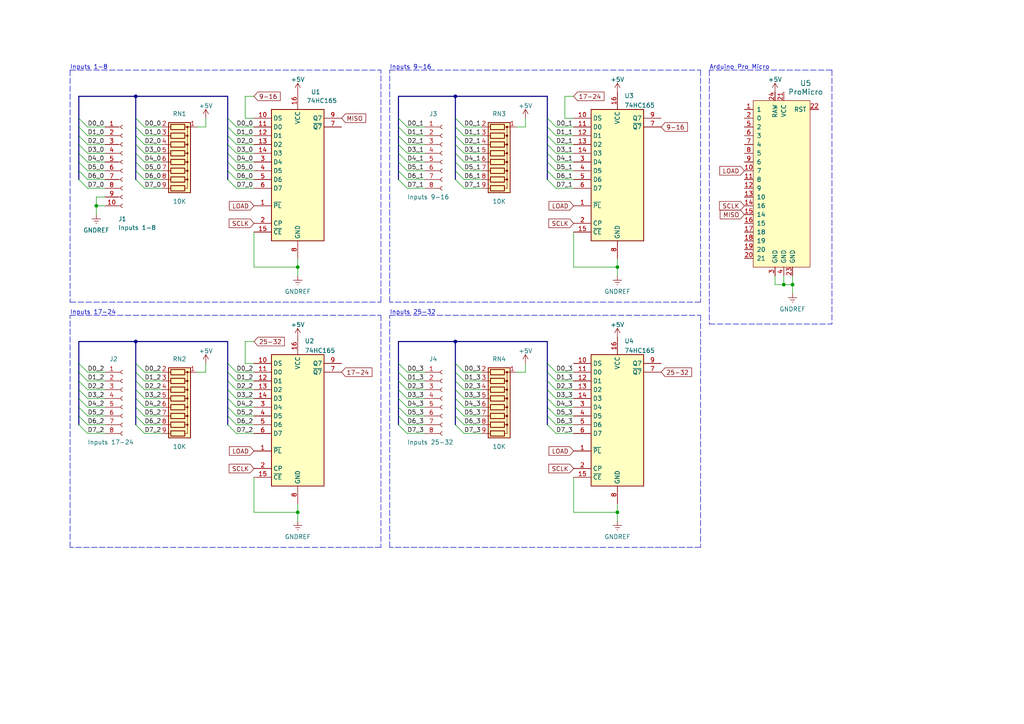
<source format=kicad_sch>
(kicad_sch (version 20211123) (generator eeschema)
  (paper "A4")
  (title_block (title "Connor's DCS Joystick") (date "2022-01-17") (rev "1"))
  (lib_symbols
    (symbol "74xx:74HC165"
      (property "Reference" "U" (at -7.62 19.05 0))
      (property "Value" "74HC165" (at -7.62 -21.59 0))
      (symbol "74HC165_1_0"
        (pin input line (at -12.7 -10.16 0) (length 5.08) (name "~{PL}") (number "1"))
        (pin input line (at -12.7 15.24 0) (length 5.08) (name "DS") (number "10"))
        (pin input line (at -12.7 12.7 0) (length 5.08) (name "D0") (number "11"))
        (pin input line (at -12.7 10.16 0) (length 5.08) (name "D1") (number "12"))
        (pin input line (at -12.7 7.62 0) (length 5.08) (name "D2") (number "13"))
        (pin input line (at -12.7 5.08 0) (length 5.08) (name "D3") (number "14"))
        (pin input line (at -12.7 -17.78 0) (length 5.08) (name "~{CE}") (number "15"))
        (pin power_in line (at 0 22.86 270) (length 5.08) (name "VCC") (number "16"))
        (pin input line (at -12.7 -15.24 0) (length 5.08) (name "CP") (number "2"))
        (pin input line (at -12.7 2.54 0) (length 5.08) (name "D4") (number "3"))
        (pin input line (at -12.7 0 0) (length 5.08) (name "D5") (number "4"))
        (pin input line (at -12.7 -2.54 0) (length 5.08) (name "D6") (number "5"))
        (pin input line (at -12.7 -5.08 0) (length 5.08) (name "D7") (number "6"))
        (pin output line (at 12.7 12.7 180) (length 5.08) (name "~{Q7}") (number "7"))
        (pin power_in line (at 0 -25.4 90) (length 5.08) (name "GND") (number "8"))
        (pin output line (at 12.7 15.24 180) (length 5.08) (name "Q7") (number "9"))
      )
      (symbol "74HC165_1_1"
        (rectangle (start -7.62 17.78) (end 7.62 -20.32) (stroke (width 0.254)) (fill (type background)))
      )
    )
    (symbol "Connector:Conn_01x08_Female" (pin_names (offset 1.016) hide)
      (property "Reference" "J" (at 0 10.16 0))
      (property "Value" "Conn_01x08_Female" (at 0 -12.7 0))
      (symbol "Conn_01x08_Female_1_1"
        (arc (start 0 -9.652) (mid -0.508 -10.16) (end 0 -10.668) (stroke (width 0.1524)))
        (arc (start 0 -7.112) (mid -0.508 -7.62) (end 0 -8.128) (stroke (width 0.1524)))
        (arc (start 0 -4.572) (mid -0.508 -5.08) (end 0 -5.588) (stroke (width 0.1524)))
        (arc (start 0 -2.032) (mid -0.508 -2.54) (end 0 -3.048) (stroke (width 0.1524)))
        (polyline (pts (xy -1.27 -10.16) (xy -0.508 -10.16)) (stroke (width 0.1524)))
        (polyline (pts (xy -1.27 -7.62) (xy -0.508 -7.62)) (stroke (width 0.1524)))
        (polyline (pts (xy -1.27 -5.08) (xy -0.508 -5.08)) (stroke (width 0.1524)))
        (polyline (pts (xy -1.27 -2.54) (xy -0.508 -2.54)) (stroke (width 0.1524)))
        (polyline (pts (xy -1.27 0) (xy -0.508 0)) (stroke (width 0.1524)))
        (polyline (pts (xy -1.27 2.54) (xy -0.508 2.54)) (stroke (width 0.1524)))
        (polyline (pts (xy -1.27 5.08) (xy -0.508 5.08)) (stroke (width 0.1524)))
        (polyline (pts (xy -1.27 7.62) (xy -0.508 7.62)) (stroke (width 0.1524)))
        (arc (start 0 0.508) (mid -0.508 0) (end 0 -0.508) (stroke (width 0.1524)))
        (arc (start 0 3.048) (mid -0.508 2.54) (end 0 2.032) (stroke (width 0.1524)))
        (arc (start 0 5.588) (mid -0.508 5.08) (end 0 4.572) (stroke (width 0.1524)))
        (arc (start 0 8.128) (mid -0.508 7.62) (end 0 7.112) (stroke (width 0.1524)))
        (pin passive line (at -5.08 7.62 0) (length 3.81) (name "Pin_1") (number "1"))
        (pin passive line (at -5.08 5.08 0) (length 3.81) (name "Pin_2") (number "2"))
        (pin passive line (at -5.08 2.54 0) (length 3.81) (name "Pin_3") (number "3"))
        (pin passive line (at -5.08 0 0) (length 3.81) (name "Pin_4") (number "4"))
        (pin passive line (at -5.08 -2.54 0) (length 3.81) (name "Pin_5") (number "5"))
        (pin passive line (at -5.08 -5.08 0) (length 3.81) (name "Pin_6") (number "6"))
        (pin passive line (at -5.08 -7.62 0) (length 3.81) (name "Pin_7") (number "7"))
        (pin passive line (at -5.08 -10.16 0) (length 3.81) (name "Pin_8") (number "8"))
      )
    )
    (symbol "Connector:Conn_01x10_Female" (pin_names (offset 1.016) hide)
      (property "Reference" "J" (at 0 12.7 0))
      (property "Value" "Conn_01x10_Female" (at 0 -15.24 0))
      (symbol "Conn_01x10_Female_1_1"
        (arc (start 0 -12.192) (mid -0.508 -12.7) (end 0 -13.208) (stroke (width 0.1524)))
        (arc (start 0 -9.652) (mid -0.508 -10.16) (end 0 -10.668) (stroke (width 0.1524)))
        (arc (start 0 -7.112) (mid -0.508 -7.62) (end 0 -8.128) (stroke (width 0.1524)))
        (arc (start 0 -4.572) (mid -0.508 -5.08) (end 0 -5.588) (stroke (width 0.1524)))
        (arc (start 0 -2.032) (mid -0.508 -2.54) (end 0 -3.048) (stroke (width 0.1524)))
        (polyline (pts (xy -1.27 -12.7) (xy -0.508 -12.7)) (stroke (width 0.1524)))
        (polyline (pts (xy -1.27 -10.16) (xy -0.508 -10.16)) (stroke (width 0.1524)))
        (polyline (pts (xy -1.27 -7.62) (xy -0.508 -7.62)) (stroke (width 0.1524)))
        (polyline (pts (xy -1.27 -5.08) (xy -0.508 -5.08)) (stroke (width 0.1524)))
        (polyline (pts (xy -1.27 -2.54) (xy -0.508 -2.54)) (stroke (width 0.1524)))
        (polyline (pts (xy -1.27 0) (xy -0.508 0)) (stroke (width 0.1524)))
        (polyline (pts (xy -1.27 2.54) (xy -0.508 2.54)) (stroke (width 0.1524)))
        (polyline (pts (xy -1.27 5.08) (xy -0.508 5.08)) (stroke (width 0.1524)))
        (polyline (pts (xy -1.27 7.62) (xy -0.508 7.62)) (stroke (width 0.1524)))
        (polyline (pts (xy -1.27 10.16) (xy -0.508 10.16)) (stroke (width 0.1524)))
        (arc (start 0 0.508) (mid -0.508 0) (end 0 -0.508) (stroke (width 0.1524)))
        (arc (start 0 3.048) (mid -0.508 2.54) (end 0 2.032) (stroke (width 0.1524)))
        (arc (start 0 5.588) (mid -0.508 5.08) (end 0 4.572) (stroke (width 0.1524)))
        (arc (start 0 8.128) (mid -0.508 7.62) (end 0 7.112) (stroke (width 0.1524)))
        (arc (start 0 10.668) (mid -0.508 10.16) (end 0 9.652) (stroke (width 0.1524)))
        (pin passive line (at -5.08 10.16 0) (length 3.81) (name "Pin_1") (number "1"))
        (pin passive line (at -5.08 -12.7 0) (length 3.81) (name "Pin_10") (number "10"))
        (pin passive line (at -5.08 7.62 0) (length 3.81) (name "Pin_2") (number "2"))
        (pin passive line (at -5.08 5.08 0) (length 3.81) (name "Pin_3") (number "3"))
        (pin passive line (at -5.08 2.54 0) (length 3.81) (name "Pin_4") (number "4"))
        (pin passive line (at -5.08 0 0) (length 3.81) (name "Pin_5") (number "5"))
        (pin passive line (at -5.08 -2.54 0) (length 3.81) (name "Pin_6") (number "6"))
        (pin passive line (at -5.08 -5.08 0) (length 3.81) (name "Pin_7") (number "7"))
        (pin passive line (at -5.08 -7.62 0) (length 3.81) (name "Pin_8") (number "8"))
        (pin passive line (at -5.08 -10.16 0) (length 3.81) (name "Pin_9") (number "9"))
      )
    )
    (symbol "Device:R_Network08" (pin_names (offset 0) hide)
      (property "Reference" "RN" (at -12.7 0 90))
      (property "Value" "R_Network08" (at 10.16 0 90))
      (symbol "R_Network08_0_1"
        (rectangle (start -11.43 -3.175) (end 8.89 3.175) (stroke (width 0.254)) (fill (type background)))
        (rectangle (start -10.922 1.524) (end -9.398 -2.54) (stroke (width 0.254)))
        (circle (center -10.16 2.286) (radius 0.254) (fill (type outline)))
        (rectangle (start -8.382 1.524) (end -6.858 -2.54) (stroke (width 0.254)))
        (circle (center -7.62 2.286) (radius 0.254) (fill (type outline)))
        (rectangle (start -5.842 1.524) (end -4.318 -2.54) (stroke (width 0.254)))
        (circle (center -5.08 2.286) (radius 0.254) (fill (type outline)))
        (rectangle (start -3.302 1.524) (end -1.778 -2.54) (stroke (width 0.254)))
        (circle (center -2.54 2.286) (radius 0.254) (fill (type outline)))
        (rectangle (start -0.762 1.524) (end 0.762 -2.54) (stroke (width 0.254)))
        (polyline (pts (xy -10.16 -2.54) (xy -10.16 -3.81)))
        (polyline (pts (xy -7.62 -2.54) (xy -7.62 -3.81)))
        (polyline (pts (xy -5.08 -2.54) (xy -5.08 -3.81)))
        (polyline (pts (xy -2.54 -2.54) (xy -2.54 -3.81)))
        (polyline (pts (xy 0 -2.54) (xy 0 -3.81)))
        (polyline (pts (xy 2.54 -2.54) (xy 2.54 -3.81)))
        (polyline (pts (xy 5.08 -2.54) (xy 5.08 -3.81)))
        (polyline (pts (xy 7.62 -2.54) (xy 7.62 -3.81)))
        (polyline (pts (xy -10.16 1.524) (xy -10.16 2.286) (xy -7.62 2.286) (xy -7.62 1.524)))
        (polyline (pts (xy -7.62 1.524) (xy -7.62 2.286) (xy -5.08 2.286) (xy -5.08 1.524)))
        (polyline (pts (xy -5.08 1.524) (xy -5.08 2.286) (xy -2.54 2.286) (xy -2.54 1.524)))
        (polyline (pts (xy -2.54 1.524) (xy -2.54 2.286) (xy 0 2.286) (xy 0 1.524)))
        (polyline (pts (xy 0 1.524) (xy 0 2.286) (xy 2.54 2.286) (xy 2.54 1.524)))
        (polyline (pts (xy 2.54 1.524) (xy 2.54 2.286) (xy 5.08 2.286) (xy 5.08 1.524)))
        (polyline (pts (xy 5.08 1.524) (xy 5.08 2.286) (xy 7.62 2.286) (xy 7.62 1.524)))
        (circle (center 0 2.286) (radius 0.254) (fill (type outline)))
        (rectangle (start 1.778 1.524) (end 3.302 -2.54) (stroke (width 0.254)))
        (circle (center 2.54 2.286) (radius 0.254) (fill (type outline)))
        (rectangle (start 4.318 1.524) (end 5.842 -2.54) (stroke (width 0.254)))
        (circle (center 5.08 2.286) (radius 0.254) (fill (type outline)))
        (rectangle (start 6.858 1.524) (end 8.382 -2.54) (stroke (width 0.254)))
      )
      (symbol "R_Network08_1_1"
        (pin passive line (at -10.16 5.08 270) (length 2.54) (name "common") (number "1"))
        (pin passive line (at -10.16 -5.08 90) (length 1.27) (name "R1") (number "2"))
        (pin passive line (at -7.62 -5.08 90) (length 1.27) (name "R2") (number "3"))
        (pin passive line (at -5.08 -5.08 90) (length 1.27) (name "R3") (number "4"))
        (pin passive line (at -2.54 -5.08 90) (length 1.27) (name "R4") (number "5"))
        (pin passive line (at 0 -5.08 90) (length 1.27) (name "R5") (number "6"))
        (pin passive line (at 2.54 -5.08 90) (length 1.27) (name "R6") (number "7"))
        (pin passive line (at 5.08 -5.08 90) (length 1.27) (name "R7") (number "8"))
        (pin passive line (at 7.62 -5.08 90) (length 1.27) (name "R8") (number "9"))
      )
    )
    (symbol "power:+5V" (power) (pin_names (offset 0))
      (property "Value" "+5V" (at 0 3.556 0))
      (symbol "+5V_0_1"
        (polyline (pts (xy -0.762 1.27) (xy 0 2.54)))
        (polyline (pts (xy 0 0) (xy 0 2.54)))
        (polyline (pts (xy 0 2.54) (xy 0.762 1.27)))
      )
      (symbol "+5V_1_1"
        (pin power_in line (at 0 0 90) (length 0) hide (name "+5V") (number "1"))
      )
    )
    (symbol "power:GNDREF" (power) (pin_names (offset 0))
      (property "Value" "GNDREF" (at 0 -3.81 0))
      (symbol "GNDREF_0_1"
        (polyline (pts (xy -0.635 -1.905) (xy 0.635 -1.905)))
        (polyline (pts (xy -0.127 -2.54) (xy 0.127 -2.54)))
        (polyline (pts (xy 0 -1.27) (xy 0 0)))
        (polyline (pts (xy 1.27 -1.27) (xy -1.27 -1.27)))
      )
      (symbol "GNDREF_1_1"
        (pin power_in line (at 0 0 270) (length 0) hide (name "GNDREF") (number "1"))
      )
    )
    (symbol "synthead:ProMicro" (pin_names (offset 1.016))
      (property "Reference" "U" (at -2.54 17.78 0))
      (property "Value" "ProMicro" (at -6.35 15.24 0))
      (symbol "ProMicro_0_1"
        (rectangle (start -5.08 13.97) (end 11.43 -34.29) (fill (type background)))
      )
      (symbol "ProMicro_1_1"
        (pin bidirectional line (at -7.62 11.43 0) (length 2.54) (name "1") (number "1"))
        (pin bidirectional line (at -7.62 -6.35 0) (length 2.54) (name "7") (number "10"))
        (pin bidirectional line (at -7.62 -8.89 0) (length 2.54) (name "8") (number "11"))
        (pin bidirectional line (at -7.62 -11.43 0) (length 2.54) (name "9") (number "12"))
        (pin bidirectional line (at -7.62 -13.97 0) (length 2.54) (name "10") (number "13"))
        (pin bidirectional line (at -7.62 -16.51 0) (length 2.54) (name "16") (number "14"))
        (pin bidirectional line (at -7.62 -19.05 0) (length 2.54) (name "14") (number "15"))
        (pin bidirectional line (at -7.62 -21.59 0) (length 2.54) (name "15") (number "16"))
        (pin bidirectional line (at -7.62 -24.13 0) (length 2.54) (name "18") (number "17"))
        (pin bidirectional line (at -7.62 -26.67 0) (length 2.54) (name "19") (number "18"))
        (pin bidirectional line (at -7.62 -29.21 0) (length 2.54) (name "20") (number "19"))
        (pin bidirectional line (at -7.62 8.89 0) (length 2.54) (name "0") (number "2"))
        (pin bidirectional line (at -7.62 -31.75 0) (length 2.54) (name "21") (number "20"))
        (pin power_in line (at 3.81 16.51 270) (length 2.54) (name "VCC") (number "21"))
        (pin input line (at 13.97 11.43 180) (length 2.54) (name "RST") (number "22"))
        (pin power_in line (at 6.35 -36.83 90) (length 2.54) (name "GND") (number "23"))
        (pin power_out line (at 1.27 16.51 270) (length 2.54) (name "RAW") (number "24"))
        (pin power_in line (at 1.27 -36.83 90) (length 2.54) (name "GND") (number "3"))
        (pin power_in line (at 3.81 -36.83 90) (length 2.54) (name "GND") (number "4"))
        (pin bidirectional line (at -7.62 6.35 0) (length 2.54) (name "2") (number "5"))
        (pin bidirectional line (at -7.62 3.81 0) (length 2.54) (name "3") (number "6"))
        (pin bidirectional line (at -7.62 1.27 0) (length 2.54) (name "4") (number "7"))
        (pin bidirectional line (at -7.62 -1.27 0) (length 2.54) (name "5") (number "8"))
        (pin bidirectional line (at -7.62 -3.81 0) (length 2.54) (name "6") (number "9"))
      )
    )
  )
  (junction (at 39.37 27.94))
  (junction (at 86.36 148.59))
  (junction (at 39.37 99.06))
  (junction (at 179.07 148.59))
  (junction (at 132.08 27.94))
  (junction (at 86.36 77.47))
  (junction (at 27.94 59.69))
  (junction (at 179.07 77.47))
  (junction (at 227.33 82.55))
  (junction (at 132.08 99.06))
  (junction (at 229.87 82.55))
  (bus_entry (at 22.86 52.07) (size 2.54 2.54))
  (bus_entry (at 158.75 115.57) (size 2.54 2.54))
  (bus_entry (at 22.86 120.65) (size 2.54 2.54))
  (bus_entry (at 66.04 34.29) (size 2.54 2.54))
  (bus_entry (at 115.57 39.37) (size 2.54 2.54))
  (bus_entry (at 39.37 34.29) (size 2.54 2.54))
  (bus_entry (at 132.08 44.45) (size 2.54 2.54))
  (bus_entry (at 66.04 36.83) (size 2.54 2.54))
  (bus_entry (at 132.08 46.99) (size 2.54 2.54))
  (bus_entry (at 132.08 39.37) (size 2.54 2.54))
  (bus_entry (at 158.75 120.65) (size 2.54 2.54))
  (bus_entry (at 115.57 107.95) (size 2.54 2.54))
  (bus_entry (at 158.75 107.95) (size 2.54 2.54))
  (bus_entry (at 158.75 123.19) (size 2.54 2.54))
  (bus_entry (at 115.57 46.99) (size 2.54 2.54))
  (bus_entry (at 39.37 115.57) (size 2.54 2.54))
  (bus_entry (at 39.37 44.45) (size 2.54 2.54))
  (bus_entry (at 132.08 49.53) (size 2.54 2.54))
  (bus_entry (at 39.37 41.91) (size 2.54 2.54))
  (bus_entry (at 158.75 118.11) (size 2.54 2.54))
  (bus_entry (at 132.08 52.07) (size 2.54 2.54))
  (bus_entry (at 158.75 52.07) (size 2.54 2.54))
  (bus_entry (at 39.37 39.37) (size 2.54 2.54))
  (bus_entry (at 66.04 107.95) (size 2.54 2.54))
  (bus_entry (at 115.57 113.03) (size 2.54 2.54))
  (bus_entry (at 22.86 39.37) (size 2.54 2.54))
  (bus_entry (at 115.57 34.29) (size 2.54 2.54))
  (bus_entry (at 39.37 118.11) (size 2.54 2.54))
  (bus_entry (at 158.75 49.53) (size 2.54 2.54))
  (bus_entry (at 66.04 44.45) (size 2.54 2.54))
  (bus_entry (at 22.86 36.83) (size 2.54 2.54))
  (bus_entry (at 132.08 118.11) (size 2.54 2.54))
  (bus_entry (at 158.75 105.41) (size 2.54 2.54))
  (bus_entry (at 39.37 36.83) (size 2.54 2.54))
  (bus_entry (at 132.08 115.57) (size 2.54 2.54))
  (bus_entry (at 158.75 39.37) (size 2.54 2.54))
  (bus_entry (at 66.04 49.53) (size 2.54 2.54))
  (bus_entry (at 66.04 118.11) (size 2.54 2.54))
  (bus_entry (at 22.86 113.03) (size 2.54 2.54))
  (bus_entry (at 115.57 41.91) (size 2.54 2.54))
  (bus_entry (at 158.75 46.99) (size 2.54 2.54))
  (bus_entry (at 115.57 36.83) (size 2.54 2.54))
  (bus_entry (at 158.75 44.45) (size 2.54 2.54))
  (bus_entry (at 132.08 113.03) (size 2.54 2.54))
  (bus_entry (at 132.08 120.65) (size 2.54 2.54))
  (bus_entry (at 22.86 110.49) (size 2.54 2.54))
  (bus_entry (at 66.04 120.65) (size 2.54 2.54))
  (bus_entry (at 132.08 107.95) (size 2.54 2.54))
  (bus_entry (at 66.04 113.03) (size 2.54 2.54))
  (bus_entry (at 66.04 39.37) (size 2.54 2.54))
  (bus_entry (at 22.86 107.95) (size 2.54 2.54))
  (bus_entry (at 22.86 34.29) (size 2.54 2.54))
  (bus_entry (at 39.37 110.49) (size 2.54 2.54))
  (bus_entry (at 115.57 105.41) (size 2.54 2.54))
  (bus_entry (at 132.08 34.29) (size 2.54 2.54))
  (bus_entry (at 66.04 41.91) (size 2.54 2.54))
  (bus_entry (at 22.86 118.11) (size 2.54 2.54))
  (bus_entry (at 158.75 36.83) (size 2.54 2.54))
  (bus_entry (at 115.57 110.49) (size 2.54 2.54))
  (bus_entry (at 132.08 41.91) (size 2.54 2.54))
  (bus_entry (at 66.04 46.99) (size 2.54 2.54))
  (bus_entry (at 115.57 49.53) (size 2.54 2.54))
  (bus_entry (at 39.37 46.99) (size 2.54 2.54))
  (bus_entry (at 39.37 107.95) (size 2.54 2.54))
  (bus_entry (at 158.75 113.03) (size 2.54 2.54))
  (bus_entry (at 132.08 110.49) (size 2.54 2.54))
  (bus_entry (at 22.86 115.57) (size 2.54 2.54))
  (bus_entry (at 22.86 46.99) (size 2.54 2.54))
  (bus_entry (at 132.08 123.19) (size 2.54 2.54))
  (bus_entry (at 115.57 120.65) (size 2.54 2.54))
  (bus_entry (at 115.57 44.45) (size 2.54 2.54))
  (bus_entry (at 158.75 110.49) (size 2.54 2.54))
  (bus_entry (at 132.08 105.41) (size 2.54 2.54))
  (bus_entry (at 22.86 49.53) (size 2.54 2.54))
  (bus_entry (at 66.04 110.49) (size 2.54 2.54))
  (bus_entry (at 158.75 41.91) (size 2.54 2.54))
  (bus_entry (at 66.04 52.07) (size 2.54 2.54))
  (bus_entry (at 22.86 44.45) (size 2.54 2.54))
  (bus_entry (at 66.04 115.57) (size 2.54 2.54))
  (bus_entry (at 39.37 123.19) (size 2.54 2.54))
  (bus_entry (at 66.04 123.19) (size 2.54 2.54))
  (bus_entry (at 158.75 34.29) (size 2.54 2.54))
  (bus_entry (at 22.86 105.41) (size 2.54 2.54))
  (bus_entry (at 39.37 105.41) (size 2.54 2.54))
  (bus_entry (at 39.37 49.53) (size 2.54 2.54))
  (bus_entry (at 22.86 41.91) (size 2.54 2.54))
  (bus_entry (at 115.57 118.11) (size 2.54 2.54))
  (bus_entry (at 39.37 120.65) (size 2.54 2.54))
  (bus_entry (at 39.37 113.03) (size 2.54 2.54))
  (bus_entry (at 66.04 105.41) (size 2.54 2.54))
  (bus_entry (at 22.86 123.19) (size 2.54 2.54))
  (bus_entry (at 39.37 52.07) (size 2.54 2.54))
  (bus_entry (at 115.57 52.07) (size 2.54 2.54))
  (bus_entry (at 115.57 123.19) (size 2.54 2.54))
  (bus_entry (at 132.08 36.83) (size 2.54 2.54))
  (bus_entry (at 115.57 115.57) (size 2.54 2.54))
  (wire (pts (xy 134.62 39.37) (xy 139.7 39.37)))
  (wire (pts (xy 41.91 46.99) (xy 46.99 46.99)))
  (polyline (pts (xy 203.2 20.32) (xy 203.2 87.63)))
  (wire (pts (xy 166.37 77.47) (xy 179.07 77.47)))
  (bus (pts (xy 115.57 52.07) (xy 115.57 49.53)))
  (wire (pts (xy 134.62 52.07) (xy 139.7 52.07)))
  (wire (pts (xy 41.91 107.95) (xy 46.99 107.95)))
  (bus (pts (xy 39.37 36.83) (xy 39.37 34.29)))
  (wire (pts (xy 68.58 41.91) (xy 73.66 41.91)))
  (bus (pts (xy 22.86 115.57) (xy 22.86 113.03)))
  (wire (pts (xy 166.37 138.43) (xy 166.37 148.59)))
  (wire (pts (xy 161.29 41.91) (xy 166.37 41.91)))
  (bus (pts (xy 66.04 110.49) (xy 66.04 113.03)))
  (bus (pts (xy 115.57 99.06) (xy 115.57 105.41)))
  (wire (pts (xy 118.11 115.57) (xy 123.19 115.57)))
  (wire (pts (xy 118.11 49.53) (xy 123.19 49.53)))
  (bus (pts (xy 158.75 123.19) (xy 158.75 120.65)))
  (wire (pts (xy 59.69 34.29) (xy 59.69 36.83)))
  (wire (pts (xy 27.94 59.69) (xy 27.94 62.23)))
  (bus (pts (xy 66.04 41.91) (xy 66.04 39.37)))
  (wire (pts (xy 227.33 82.55) (xy 229.87 82.55)))
  (wire (pts (xy 161.29 107.95) (xy 166.37 107.95)))
  (wire (pts (xy 134.62 120.65) (xy 139.7 120.65)))
  (wire (pts (xy 229.87 82.55) (xy 229.87 85.09)))
  (bus (pts (xy 39.37 107.95) (xy 39.37 110.49)))
  (wire (pts (xy 118.11 113.03) (xy 123.19 113.03)))
  (polyline (pts (xy 113.03 158.75) (xy 113.03 91.44)))
  (bus (pts (xy 115.57 34.29) (xy 115.57 27.94)))
  (bus (pts (xy 39.37 115.57) (xy 39.37 118.11)))
  (bus (pts (xy 132.08 49.53) (xy 132.08 46.99)))
  (bus (pts (xy 66.04 34.29) (xy 66.04 27.94)))
  (wire (pts (xy 41.91 120.65) (xy 46.99 120.65)))
  (bus (pts (xy 132.08 52.07) (xy 132.08 49.53)))
  (polyline (pts (xy 113.03 87.63) (xy 113.03 20.32)))
  (bus (pts (xy 132.08 46.99) (xy 132.08 44.45)))
  (wire (pts (xy 41.91 54.61) (xy 46.99 54.61)))
  (wire (pts (xy 161.29 110.49) (xy 166.37 110.49)))
  (bus (pts (xy 158.75 52.07) (xy 158.75 49.53)))
  (bus (pts (xy 39.37 49.53) (xy 39.37 46.99)))
  (wire (pts (xy 25.4 125.73) (xy 30.48 125.73)))
  (bus (pts (xy 115.57 27.94) (xy 132.08 27.94)))
  (wire (pts (xy 68.58 52.07) (xy 73.66 52.07)))
  (wire (pts (xy 134.62 107.95) (xy 139.7 107.95)))
  (bus (pts (xy 115.57 115.57) (xy 115.57 118.11)))
  (wire (pts (xy 166.37 67.31) (xy 166.37 77.47)))
  (bus (pts (xy 39.37 52.07) (xy 39.37 49.53)))
  (polyline (pts (xy 205.74 93.98) (xy 241.3 93.98)))
  (bus (pts (xy 158.75 39.37) (xy 158.75 36.83)))
  (wire (pts (xy 179.07 77.47) (xy 179.07 80.01)))
  (bus (pts (xy 39.37 99.06) (xy 39.37 105.41)))
  (polyline (pts (xy 110.49 87.63) (xy 110.49 20.32)))
  (wire (pts (xy 41.91 44.45) (xy 46.99 44.45)))
  (polyline (pts (xy 20.32 158.75) (xy 20.32 91.44)))
  (wire (pts (xy 118.11 52.07) (xy 123.19 52.07)))
  (bus (pts (xy 158.75 36.83) (xy 158.75 34.29)))
  (wire (pts (xy 41.91 52.07) (xy 46.99 52.07)))
  (wire (pts (xy 25.4 52.07) (xy 30.48 52.07)))
  (polyline (pts (xy 113.03 20.32) (xy 203.2 20.32)))
  (wire (pts (xy 41.91 110.49) (xy 46.99 110.49)))
  (wire (pts (xy 118.11 44.45) (xy 123.19 44.45)))
  (wire (pts (xy 41.91 41.91) (xy 46.99 41.91)))
  (wire (pts (xy 86.36 77.47) (xy 86.36 80.01)))
  (wire (pts (xy 68.58 107.95) (xy 73.66 107.95)))
  (wire (pts (xy 59.69 105.41) (xy 59.69 107.95)))
  (wire (pts (xy 73.66 138.43) (xy 73.66 148.59)))
  (bus (pts (xy 66.04 113.03) (xy 66.04 115.57)))
  (bus (pts (xy 22.86 120.65) (xy 22.86 118.11)))
  (bus (pts (xy 66.04 120.65) (xy 66.04 123.19)))
  (wire (pts (xy 118.11 41.91) (xy 123.19 41.91)))
  (wire (pts (xy 68.58 123.19) (xy 73.66 123.19)))
  (wire (pts (xy 68.58 120.65) (xy 73.66 120.65)))
  (wire (pts (xy 118.11 125.73) (xy 123.19 125.73)))
  (bus (pts (xy 66.04 105.41) (xy 66.04 107.95)))
  (bus (pts (xy 22.86 46.99) (xy 22.86 49.53)))
  (bus (pts (xy 66.04 118.11) (xy 66.04 120.65)))
  (wire (pts (xy 68.58 113.03) (xy 73.66 113.03)))
  (bus (pts (xy 39.37 118.11) (xy 39.37 120.65)))
  (wire (pts (xy 68.58 54.61) (xy 73.66 54.61)))
  (wire (pts (xy 25.4 39.37) (xy 30.48 39.37)))
  (bus (pts (xy 39.37 105.41) (xy 39.37 107.95)))
  (wire (pts (xy 161.29 125.73) (xy 166.37 125.73)))
  (wire (pts (xy 179.07 77.47) (xy 179.07 74.93)))
  (polyline (pts (xy 203.2 158.75) (xy 113.03 158.75)))
  (wire (pts (xy 152.4 34.29) (xy 152.4 36.83)))
  (wire (pts (xy 73.66 77.47) (xy 86.36 77.47)))
  (wire (pts (xy 161.29 44.45) (xy 166.37 44.45)))
  (wire (pts (xy 227.33 82.55) (xy 227.33 80.01)))
  (bus (pts (xy 158.75 115.57) (xy 158.75 113.03)))
  (polyline (pts (xy 203.2 87.63) (xy 113.03 87.63)))
  (polyline (pts (xy 110.49 91.44) (xy 110.49 158.75)))
  (wire (pts (xy 41.91 113.03) (xy 46.99 113.03)))
  (wire (pts (xy 41.91 123.19) (xy 46.99 123.19)))
  (bus (pts (xy 39.37 27.94) (xy 39.37 34.29)))
  (bus (pts (xy 132.08 118.11) (xy 132.08 115.57)))
  (wire (pts (xy 118.11 46.99) (xy 123.19 46.99)))
  (bus (pts (xy 132.08 99.06) (xy 158.75 99.06)))
  (polyline (pts (xy 20.32 87.63) (xy 110.49 87.63)))
  (bus (pts (xy 22.86 107.95) (xy 22.86 105.41)))
  (polyline (pts (xy 241.3 20.32) (xy 205.74 20.32)))
  (bus (pts (xy 66.04 107.95) (xy 66.04 110.49)))
  (wire (pts (xy 118.11 54.61) (xy 123.19 54.61)))
  (bus (pts (xy 115.57 44.45) (xy 115.57 41.91)))
  (wire (pts (xy 41.91 118.11) (xy 46.99 118.11)))
  (bus (pts (xy 132.08 99.06) (xy 132.08 105.41)))
  (polyline (pts (xy 20.32 20.32) (xy 110.49 20.32)))
  (bus (pts (xy 66.04 49.53) (xy 66.04 46.99)))
  (wire (pts (xy 161.29 46.99) (xy 166.37 46.99)))
  (bus (pts (xy 22.86 110.49) (xy 22.86 107.95)))
  (bus (pts (xy 158.75 34.29) (xy 158.75 27.94)))
  (bus (pts (xy 22.86 123.19) (xy 22.86 120.65)))
  (polyline (pts (xy 20.32 20.32) (xy 20.32 87.63)))
  (bus (pts (xy 158.75 118.11) (xy 158.75 115.57)))
  (bus (pts (xy 22.86 41.91) (xy 22.86 44.45)))
  (wire (pts (xy 68.58 110.49) (xy 73.66 110.49)))
  (wire (pts (xy 134.62 36.83) (xy 139.7 36.83)))
  (polyline (pts (xy 20.32 91.44) (xy 110.49 91.44)))
  (bus (pts (xy 39.37 110.49) (xy 39.37 113.03)))
  (wire (pts (xy 161.29 52.07) (xy 166.37 52.07)))
  (bus (pts (xy 115.57 120.65) (xy 115.57 123.19)))
  (wire (pts (xy 134.62 125.73) (xy 139.7 125.73)))
  (wire (pts (xy 149.86 36.83) (xy 152.4 36.83)))
  (bus (pts (xy 132.08 110.49) (xy 132.08 107.95)))
  (bus (pts (xy 115.57 49.53) (xy 115.57 46.99)))
  (bus (pts (xy 66.04 46.99) (xy 66.04 44.45)))
  (wire (pts (xy 86.36 148.59) (xy 86.36 151.13)))
  (bus (pts (xy 66.04 36.83) (xy 66.04 34.29)))
  (bus (pts (xy 115.57 110.49) (xy 115.57 113.03)))
  (bus (pts (xy 132.08 113.03) (xy 132.08 110.49)))
  (wire (pts (xy 68.58 115.57) (xy 73.66 115.57)))
  (bus (pts (xy 158.75 46.99) (xy 158.75 44.45)))
  (polyline (pts (xy 203.2 91.44) (xy 203.2 158.75)))
  (wire (pts (xy 71.12 34.29) (xy 73.66 34.29)))
  (bus (pts (xy 158.75 120.65) (xy 158.75 118.11)))
  (wire (pts (xy 41.91 39.37) (xy 46.99 39.37)))
  (bus (pts (xy 132.08 107.95) (xy 132.08 105.41)))
  (wire (pts (xy 161.29 115.57) (xy 166.37 115.57)))
  (bus (pts (xy 158.75 113.03) (xy 158.75 110.49)))
  (wire (pts (xy 41.91 115.57) (xy 46.99 115.57)))
  (wire (pts (xy 163.83 27.94) (xy 163.83 34.29)))
  (wire (pts (xy 25.4 54.61) (xy 30.48 54.61)))
  (polyline (pts (xy 205.74 20.32) (xy 205.74 93.98)))
  (wire (pts (xy 229.87 82.55) (xy 229.87 80.01)))
  (wire (pts (xy 25.4 44.45) (xy 30.48 44.45)))
  (wire (pts (xy 134.62 113.03) (xy 139.7 113.03)))
  (polyline (pts (xy 110.49 158.75) (xy 20.32 158.75)))
  (wire (pts (xy 68.58 118.11) (xy 73.66 118.11)))
  (wire (pts (xy 224.79 82.55) (xy 227.33 82.55)))
  (bus (pts (xy 22.86 105.41) (xy 22.86 99.06)))
  (wire (pts (xy 71.12 27.94) (xy 71.12 34.29)))
  (wire (pts (xy 161.29 36.83) (xy 166.37 36.83)))
  (bus (pts (xy 22.86 36.83) (xy 22.86 39.37)))
  (bus (pts (xy 39.37 27.94) (xy 22.86 27.94)))
  (wire (pts (xy 73.66 148.59) (xy 86.36 148.59)))
  (wire (pts (xy 161.29 123.19) (xy 166.37 123.19)))
  (wire (pts (xy 73.66 99.06) (xy 71.12 99.06)))
  (bus (pts (xy 132.08 27.94) (xy 158.75 27.94)))
  (wire (pts (xy 118.11 39.37) (xy 123.19 39.37)))
  (wire (pts (xy 118.11 36.83) (xy 123.19 36.83)))
  (wire (pts (xy 224.79 80.01) (xy 224.79 82.55)))
  (wire (pts (xy 68.58 49.53) (xy 73.66 49.53)))
  (bus (pts (xy 66.04 115.57) (xy 66.04 118.11)))
  (wire (pts (xy 71.12 99.06) (xy 71.12 105.41)))
  (bus (pts (xy 39.37 113.03) (xy 39.37 115.57)))
  (bus (pts (xy 22.86 34.29) (xy 22.86 36.83)))
  (bus (pts (xy 132.08 36.83) (xy 132.08 34.29)))
  (wire (pts (xy 161.29 120.65) (xy 166.37 120.65)))
  (wire (pts (xy 68.58 46.99) (xy 73.66 46.99)))
  (bus (pts (xy 115.57 99.06) (xy 132.08 99.06)))
  (wire (pts (xy 25.4 41.91) (xy 30.48 41.91)))
  (bus (pts (xy 158.75 41.91) (xy 158.75 39.37)))
  (bus (pts (xy 39.37 99.06) (xy 66.04 99.06)))
  (wire (pts (xy 161.29 49.53) (xy 166.37 49.53)))
  (bus (pts (xy 115.57 113.03) (xy 115.57 115.57)))
  (wire (pts (xy 163.83 34.29) (xy 166.37 34.29)))
  (wire (pts (xy 134.62 44.45) (xy 139.7 44.45)))
  (wire (pts (xy 68.58 44.45) (xy 73.66 44.45)))
  (wire (pts (xy 161.29 54.61) (xy 166.37 54.61)))
  (bus (pts (xy 22.86 118.11) (xy 22.86 115.57)))
  (wire (pts (xy 25.4 118.11) (xy 30.48 118.11)))
  (bus (pts (xy 39.37 46.99) (xy 39.37 44.45)))
  (wire (pts (xy 134.62 46.99) (xy 139.7 46.99)))
  (bus (pts (xy 22.86 27.94) (xy 22.86 34.29)))
  (wire (pts (xy 25.4 110.49) (xy 30.48 110.49)))
  (polyline (pts (xy 241.3 20.32) (xy 241.3 93.98)))
  (wire (pts (xy 118.11 120.65) (xy 123.19 120.65)))
  (bus (pts (xy 39.37 41.91) (xy 39.37 39.37)))
  (bus (pts (xy 132.08 39.37) (xy 132.08 36.83)))
  (wire (pts (xy 161.29 113.03) (xy 166.37 113.03)))
  (wire (pts (xy 25.4 115.57) (xy 30.48 115.57)))
  (wire (pts (xy 118.11 107.95) (xy 123.19 107.95)))
  (bus (pts (xy 115.57 46.99) (xy 115.57 44.45)))
  (wire (pts (xy 57.15 36.83) (xy 59.69 36.83)))
  (wire (pts (xy 152.4 105.41) (xy 152.4 107.95)))
  (bus (pts (xy 132.08 123.19) (xy 132.08 120.65)))
  (bus (pts (xy 132.08 41.91) (xy 132.08 39.37)))
  (bus (pts (xy 115.57 118.11) (xy 115.57 120.65)))
  (bus (pts (xy 66.04 99.06) (xy 66.04 105.41)))
  (wire (pts (xy 86.36 148.59) (xy 86.36 146.05)))
  (bus (pts (xy 158.75 105.41) (xy 158.75 99.06)))
  (wire (pts (xy 134.62 54.61) (xy 139.7 54.61)))
  (wire (pts (xy 134.62 123.19) (xy 139.7 123.19)))
  (bus (pts (xy 22.86 44.45) (xy 22.86 46.99)))
  (wire (pts (xy 166.37 27.94) (xy 163.83 27.94)))
  (bus (pts (xy 22.86 39.37) (xy 22.86 41.91)))
  (bus (pts (xy 66.04 52.07) (xy 66.04 49.53)))
  (wire (pts (xy 179.07 148.59) (xy 179.07 151.13)))
  (wire (pts (xy 161.29 39.37) (xy 166.37 39.37)))
  (bus (pts (xy 66.04 39.37) (xy 66.04 36.83)))
  (bus (pts (xy 132.08 44.45) (xy 132.08 41.91)))
  (bus (pts (xy 39.37 39.37) (xy 39.37 36.83)))
  (wire (pts (xy 134.62 41.91) (xy 139.7 41.91)))
  (bus (pts (xy 158.75 107.95) (xy 158.75 105.41)))
  (wire (pts (xy 41.91 49.53) (xy 46.99 49.53)))
  (wire (pts (xy 134.62 115.57) (xy 139.7 115.57)))
  (wire (pts (xy 25.4 36.83) (xy 30.48 36.83)))
  (bus (pts (xy 115.57 41.91) (xy 115.57 39.37)))
  (bus (pts (xy 115.57 39.37) (xy 115.57 36.83)))
  (wire (pts (xy 41.91 125.73) (xy 46.99 125.73)))
  (wire (pts (xy 73.66 67.31) (xy 73.66 77.47)))
  (wire (pts (xy 166.37 148.59) (xy 179.07 148.59)))
  (bus (pts (xy 22.86 99.06) (xy 39.37 99.06)))
  (wire (pts (xy 71.12 105.41) (xy 73.66 105.41)))
  (bus (pts (xy 115.57 105.41) (xy 115.57 107.95)))
  (wire (pts (xy 25.4 46.99) (xy 30.48 46.99)))
  (wire (pts (xy 73.66 27.94) (xy 71.12 27.94)))
  (wire (pts (xy 25.4 49.53) (xy 30.48 49.53)))
  (wire (pts (xy 134.62 118.11) (xy 139.7 118.11)))
  (wire (pts (xy 27.94 59.69) (xy 30.48 59.69)))
  (bus (pts (xy 22.86 113.03) (xy 22.86 110.49)))
  (bus (pts (xy 158.75 49.53) (xy 158.75 46.99)))
  (wire (pts (xy 118.11 123.19) (xy 123.19 123.19)))
  (bus (pts (xy 132.08 115.57) (xy 132.08 113.03)))
  (bus (pts (xy 158.75 44.45) (xy 158.75 41.91)))
  (wire (pts (xy 30.48 57.15) (xy 27.94 57.15)))
  (bus (pts (xy 158.75 110.49) (xy 158.75 107.95)))
  (wire (pts (xy 118.11 110.49) (xy 123.19 110.49)))
  (bus (pts (xy 115.57 107.95) (xy 115.57 110.49)))
  (wire (pts (xy 161.29 118.11) (xy 166.37 118.11)))
  (bus (pts (xy 39.37 27.94) (xy 66.04 27.94)))
  (wire (pts (xy 134.62 110.49) (xy 139.7 110.49)))
  (wire (pts (xy 27.94 57.15) (xy 27.94 59.69)))
  (bus (pts (xy 66.04 44.45) (xy 66.04 41.91)))
  (wire (pts (xy 118.11 118.11) (xy 123.19 118.11)))
  (wire (pts (xy 86.36 77.47) (xy 86.36 74.93)))
  (polyline (pts (xy 113.03 91.44) (xy 203.2 91.44)))
  (wire (pts (xy 25.4 113.03) (xy 30.48 113.03)))
  (bus (pts (xy 22.86 49.53) (xy 22.86 52.07)))
  (wire (pts (xy 149.86 107.95) (xy 152.4 107.95)))
  (wire (pts (xy 57.15 107.95) (xy 59.69 107.95)))
  (wire (pts (xy 68.58 125.73) (xy 73.66 125.73)))
  (bus (pts (xy 39.37 120.65) (xy 39.37 123.19)))
  (wire (pts (xy 25.4 120.65) (xy 30.48 120.65)))
  (wire (pts (xy 25.4 123.19) (xy 30.48 123.19)))
  (wire (pts (xy 68.58 39.37) (xy 73.66 39.37)))
  (bus (pts (xy 39.37 44.45) (xy 39.37 41.91)))
  (wire (pts (xy 41.91 36.83) (xy 46.99 36.83)))
  (wire (pts (xy 134.62 49.53) (xy 139.7 49.53)))
  (bus (pts (xy 132.08 120.65) (xy 132.08 118.11)))
  (wire (pts (xy 68.58 36.83) (xy 73.66 36.83)))
  (wire (pts (xy 25.4 107.95) (xy 30.48 107.95)))
  (wire (pts (xy 179.07 148.59) (xy 179.07 146.05)))
  (bus (pts (xy 132.08 27.94) (xy 132.08 34.29)))
  (bus (pts (xy 115.57 36.83) (xy 115.57 34.29)))
  (text "Inputs 25-32" (at 113.03 91.44 0) (effects (font (size 1.27 1.27)) (justify left bottom)))
  (text "Inputs 9-16" (at 113.03 20.32 0) (effects (font (size 1.27 1.27)) (justify left bottom)))
  (text "Inputs 1-8" (at 20.32 20.32 0) (effects (font (size 1.27 1.27)) (justify left bottom)))
  (text "Arduino Pro Micro" (at 205.74 20.32 0) (effects (font (size 1.27 1.27)) (justify left bottom)))
  (text "Inputs 17-24" (at 20.32 91.44 0) (effects (font (size 1.27 1.27)) (justify left bottom)))
  (label "D0_1" (at 134.62 36.83 0))
  (label "D3_1" (at 118.11 44.45 0))
  (label "D4_2" (at 41.91 118.11 0))
  (label "D7_3" (at 134.62 125.73 0))
  (label "D5_0" (at 68.58 49.53 0))
  (label "D3_3" (at 134.62 115.57 0))
  (label "D2_1" (at 134.62 41.91 0))
  (label "D2_1" (at 161.29 41.91 0))
  (label "D5_2" (at 25.4 120.65 0))
  (label "D5_1" (at 134.62 49.53 0))
  (label "D5_2" (at 68.58 120.65 0))
  (label "D6_0" (at 68.58 52.07 0))
  (label "D2_2" (at 41.91 113.03 0))
  (label "D5_1" (at 118.11 49.53 0))
  (label "D4_2" (at 68.58 118.11 0))
  (label "D6_0" (at 41.91 52.07 0))
  (label "D4_0" (at 25.4 46.99 0))
  (label "D2_0" (at 41.91 41.91 0))
  (label "D3_0" (at 25.4 44.45 0))
  (label "D5_3" (at 118.11 120.65 0))
  (label "D3_1" (at 134.62 44.45 0))
  (label "D1_0" (at 68.58 39.37 0))
  (label "D0_3" (at 134.62 107.95 0))
  (label "D0_2" (at 41.91 107.95 0))
  (label "D7_3" (at 161.29 125.73 0))
  (label "D1_1" (at 118.11 39.37 0))
  (label "D6_3" (at 118.11 123.19 0))
  (label "D2_3" (at 161.29 113.03 0))
  (label "D0_2" (at 68.58 107.95 0))
  (label "D7_1" (at 161.29 54.61 0))
  (label "D6_1" (at 134.62 52.07 0))
  (label "D0_2" (at 25.4 107.95 0))
  (label "D2_0" (at 68.58 41.91 0))
  (label "D2_1" (at 118.11 41.91 0))
  (label "D6_2" (at 68.58 123.19 0))
  (label "D6_2" (at 25.4 123.19 0))
  (label "D1_1" (at 134.62 39.37 0))
  (label "D3_2" (at 68.58 115.57 0))
  (label "D7_0" (at 68.58 54.61 0))
  (label "D0_0" (at 25.4 36.83 0))
  (label "D7_1" (at 134.62 54.61 0))
  (label "D7_1" (at 118.11 54.61 0))
  (label "D1_3" (at 134.62 110.49 0))
  (label "D7_2" (at 68.58 125.73 0))
  (label "D5_0" (at 25.4 49.53 0))
  (label "D2_0" (at 25.4 41.91 0))
  (label "D0_0" (at 68.58 36.83 0))
  (label "D2_3" (at 118.11 113.03 0))
  (label "D3_0" (at 41.91 44.45 0))
  (label "D5_3" (at 161.29 120.65 0))
  (label "D6_3" (at 134.62 123.19 0))
  (label "D2_2" (at 25.4 113.03 0))
  (label "D2_2" (at 68.58 113.03 0))
  (label "D3_2" (at 41.91 115.57 0))
  (label "D5_2" (at 41.91 120.65 0))
  (label "D4_3" (at 134.62 118.11 0))
  (label "D6_3" (at 161.29 123.19 0))
  (label "D7_0" (at 25.4 54.61 0))
  (label "D5_3" (at 134.62 120.65 0))
  (label "D0_3" (at 118.11 107.95 0))
  (label "D0_1" (at 161.29 36.83 0))
  (label "D5_1" (at 161.29 49.53 0))
  (label "D0_3" (at 161.29 107.95 0))
  (label "D0_0" (at 41.91 36.83 0))
  (label "D7_3" (at 118.11 125.73 0))
  (label "D1_0" (at 41.91 39.37 0))
  (label "D5_0" (at 41.91 49.53 0))
  (label "D7_2" (at 41.91 125.73 0))
  (label "D4_3" (at 161.29 118.11 0))
  (label "D4_1" (at 118.11 46.99 0))
  (label "D7_2" (at 25.4 125.73 0))
  (label "D7_0" (at 41.91 54.61 0))
  (label "D3_3" (at 118.11 115.57 0))
  (label "D4_2" (at 25.4 118.11 0))
  (label "D3_1" (at 161.29 44.45 0))
  (label "D0_1" (at 118.11 36.83 0))
  (label "D1_2" (at 68.58 110.49 0))
  (label "D2_3" (at 134.62 113.03 0))
  (label "D6_1" (at 118.11 52.07 0))
  (label "D4_0" (at 41.91 46.99 0))
  (label "D4_1" (at 161.29 46.99 0))
  (label "D3_0" (at 68.58 44.45 0))
  (label "D1_3" (at 161.29 110.49 0))
  (label "D1_2" (at 41.91 110.49 0))
  (label "D4_1" (at 134.62 46.99 0))
  (label "D6_1" (at 161.29 52.07 0))
  (label "D1_1" (at 161.29 39.37 0))
  (label "D6_2" (at 41.91 123.19 0))
  (label "D3_2" (at 25.4 115.57 0))
  (label "D1_0" (at 25.4 39.37 0))
  (label "D4_3" (at 118.11 118.11 0))
  (label "D1_2" (at 25.4 110.49 0))
  (label "D3_3" (at 161.29 115.57 0))
  (label "D4_0" (at 68.58 46.99 0))
  (label "D6_0" (at 25.4 52.07 0))
  (label "D1_3" (at 118.11 110.49 0))
  (global_label "SCLK" (shape input) (at 73.66 135.89 180) (property "Intersheet References" "${INTERSHEET_REFS}" (effects hide)))
  (global_label "LOAD" (shape input) (at 73.66 130.81 180) (property "Intersheet References" "${INTERSHEET_REFS}" (effects hide)))
  (global_label "LOAD" (shape input) (at 215.9 49.53 180) (property "Intersheet References" "${INTERSHEET_REFS}" (effects hide)))
  (global_label "SCLK" (shape input) (at 166.37 135.89 180) (property "Intersheet References" "${INTERSHEET_REFS}" (effects hide)))
  (global_label "25-32" (shape input) (at 191.77 107.95 0) (property "Intersheet References" "${INTERSHEET_REFS}" (effects hide)))
  (global_label "17-24" (shape input) (at 99.06 107.95 0) (property "Intersheet References" "${INTERSHEET_REFS}" (effects hide)))
  (global_label "LOAD" (shape input) (at 166.37 130.81 180) (property "Intersheet References" "${INTERSHEET_REFS}" (effects hide)))
  (global_label "SCLK" (shape input) (at 215.9 59.69 180) (property "Intersheet References" "${INTERSHEET_REFS}" (effects hide)))
  (global_label "9-16" (shape input) (at 191.77 36.83 0) (property "Intersheet References" "${INTERSHEET_REFS}" (effects hide)))
  (global_label "9-16" (shape input) (at 73.66 27.94 0) (property "Intersheet References" "${INTERSHEET_REFS}" (effects hide)))
  (global_label "MISO" (shape input) (at 99.06 34.29 0) (property "Intersheet References" "${INTERSHEET_REFS}" (effects hide)))
  (global_label "SCLK" (shape input) (at 166.37 64.77 180) (property "Intersheet References" "${INTERSHEET_REFS}" (effects hide)))
  (global_label "17-24" (shape input) (at 166.37 27.94 0) (property "Intersheet References" "${INTERSHEET_REFS}" (effects hide)))
  (global_label "LOAD" (shape input) (at 73.66 59.69 180) (property "Intersheet References" "${INTERSHEET_REFS}" (effects hide)))
  (global_label "SCLK" (shape input) (at 73.66 64.77 180) (property "Intersheet References" "${INTERSHEET_REFS}" (effects hide)))
  (global_label "MISO" (shape input) (at 215.9 62.23 180) (property "Intersheet References" "${INTERSHEET_REFS}" (effects hide)))
  (global_label "LOAD" (shape input) (at 166.37 59.69 180) (property "Intersheet References" "${INTERSHEET_REFS}" (effects hide)))
  (global_label "25-32" (shape input) (at 73.66 99.06 0) (property "Intersheet References" "${INTERSHEET_REFS}" (effects hide)))
  (symbol (lib_id "Device:R_Network08") (at 144.78 46.99 270) (unit 1)
    (property "Reference" "RN3" (at 144.78 33.02 90))
    (property "Value" "10K" (at 144.78 58.42 90))
    (property "Footprint" "Resistor_THT:R_Array_SIP9" (effects hide))
    (property "Datasheet" "http://www.vishay.com/docs/31509/csc.pdf" (effects hide))
  )
  (symbol (lib_id "Connector:Conn_01x08_Female") (at 35.56 115.57 0) (unit 1)
    (property "Reference" "J2" (at 31.75 104.14 0) (effects (justify left)))
    (property "Value" "Inputs 17-24" (at 25.4 128.27 0) (effects (justify left)))
    (property "Footprint" "TerminalBlock_Phoenix:TerminalBlock_Phoenix_MPT-0,5-8-2.54_1x08_P2.54mm_Horizontal" (effects hide))
  )
  (symbol (lib_id "Connector:Conn_01x08_Female") (at 128.27 44.45 0) (unit 1)
    (property "Reference" "J3" (at 124.46 33.02 0) (effects (justify left)))
    (property "Value" "Inputs 9-16" (at 118.11 57.15 0) (effects (justify left)))
    (property "Footprint" "TerminalBlock_Phoenix:TerminalBlock_Phoenix_MPT-0,5-8-2.54_1x08_P2.54mm_Horizontal" (effects hide))
  )
  (symbol (lib_id "power:+5V") (at 86.36 97.79 0) (unit 1)
    (property "Reference" "#PWR05" (effects hide))
    (property "Value" "+5V" (at 86.36 94.1855 0))
  )
  (symbol (lib_id "power:+5V") (at 179.07 97.79 0) (unit 1)
    (property "Reference" "#PWR011" (effects hide))
    (property "Value" "+5V" (at 179.07 94.1855 0))
  )
  (symbol (lib_id "power:+5V") (at 179.07 26.67 0) (unit 1)
    (property "Reference" "#PWR09" (effects hide))
    (property "Value" "+5V" (at 179.07 23.0655 0))
  )
  (symbol (lib_id "power:+5V") (at 59.69 105.41 0) (unit 1)
    (property "Reference" "#PWR0105" (effects hide))
    (property "Value" "+5V" (at 59.69 101.8055 0))
  )
  (symbol (lib_id "Device:R_Network08") (at 52.07 46.99 270) (unit 1)
    (property "Reference" "RN1" (at 52.07 33.02 90))
    (property "Value" "10K" (at 52.07 58.42 90))
    (property "Footprint" "Resistor_THT:R_Array_SIP9" (effects hide))
    (property "Datasheet" "http://www.vishay.com/docs/31509/csc.pdf" (effects hide))
  )
  (symbol (lib_id "power:GNDREF") (at 179.07 80.01 0) (unit 1)
    (property "Reference" "#PWR010" (effects hide))
    (property "Value" "GNDREF" (at 179.07 84.5725 0))
  )
  (symbol (lib_id "power:+5V") (at 224.79 26.67 0) (unit 1)
    (property "Reference" "#PWR013" (effects hide))
    (property "Value" "+5V" (at 224.79 23.0655 0))
  )
  (symbol (lib_id "power:GNDREF") (at 86.36 80.01 0) (unit 1)
    (property "Reference" "#PWR04" (effects hide))
    (property "Value" "GNDREF" (at 86.36 84.5725 0))
  )
  (symbol (lib_id "74xx:74HC165") (at 86.36 49.53 0) (unit 1)
    (property "Reference" "U1" (at 90.17 26.67 0) (effects (justify left)))
    (property "Value" "74HC165" (at 88.9 29.21 0) (effects (justify left)))
    (property "Footprint" "Package_DIP:DIP-16_W7.62mm" (effects hide))
    (property "Datasheet" "https://assets.nexperia.com/documents/data-sheet/74HC_HCT165.pdf" (effects hide))
  )
  (symbol (lib_id "power:GNDREF") (at 27.94 62.23 0) (unit 1)
    (property "Reference" "#PWR0102" (effects hide))
    (property "Value" "GNDREF" (at 27.94 66.7925 0))
  )
  (symbol (lib_id "power:+5V") (at 86.36 26.67 0) (unit 1)
    (property "Reference" "#PWR03" (effects hide))
    (property "Value" "+5V" (at 86.36 23.0655 0))
  )
  (symbol (lib_id "power:+5V") (at 59.69 34.29 0) (unit 1)
    (property "Reference" "#PWR0101" (effects hide))
    (property "Value" "+5V" (at 59.69 30.6855 0))
  )
  (symbol (lib_id "74xx:74HC165") (at 86.36 120.65 0) (unit 1)
    (property "Reference" "U2" (at 88.3794 98.9035 0) (effects (justify left)))
    (property "Value" "74HC165" (at 88.3794 101.6786 0) (effects (justify left)))
    (property "Footprint" "Package_DIP:DIP-16_W7.62mm" (effects hide))
    (property "Datasheet" "https://assets.nexperia.com/documents/data-sheet/74HC_HCT165.pdf" (effects hide))
  )
  (symbol (lib_id "power:GNDREF") (at 179.07 151.13 0) (unit 1)
    (property "Reference" "#PWR012" (effects hide))
    (property "Value" "GNDREF" (at 179.07 155.6925 0))
  )
  (symbol (lib_id "Device:R_Network08") (at 144.78 118.11 270) (unit 1)
    (property "Reference" "RN4" (at 144.78 104.14 90))
    (property "Value" "10K" (at 144.78 129.54 90))
    (property "Footprint" "Resistor_THT:R_Array_SIP9" (effects hide))
    (property "Datasheet" "http://www.vishay.com/docs/31509/csc.pdf" (effects hide))
  )
  (symbol (lib_id "Device:R_Network08") (at 52.07 118.11 270) (unit 1)
    (property "Reference" "RN2" (at 52.07 104.14 90))
    (property "Value" "10K" (at 52.07 129.54 90))
    (property "Footprint" "Resistor_THT:R_Array_SIP9" (effects hide))
    (property "Datasheet" "http://www.vishay.com/docs/31509/csc.pdf" (effects hide))
  )
  (symbol (lib_id "Connector:Conn_01x10_Female") (at 35.56 46.99 0) (unit 1)
    (property "Reference" "J1" (at 34.29 63.5 0) (effects (justify left)))
    (property "Value" "Inputs 1-8" (at 34.29 66.04 0) (effects (justify left)))
    (property "Footprint" "TerminalBlock_Phoenix:TerminalBlock_Phoenix_MPT-0,5-10-2.54_1x10_P2.54mm_Horizontal" (effects hide))
  )
  (symbol (lib_id "74xx:74HC165") (at 179.07 120.65 0) (unit 1)
    (property "Reference" "U4" (at 181.0894 98.9035 0) (effects (justify left)))
    (property "Value" "74HC165" (at 181.0894 101.6786 0) (effects (justify left)))
    (property "Footprint" "Package_DIP:DIP-16_W7.62mm" (effects hide))
    (property "Datasheet" "https://assets.nexperia.com/documents/data-sheet/74HC_HCT165.pdf" (effects hide))
  )
  (symbol (lib_id "synthead:ProMicro") (at 223.52 43.18 0) (unit 1)
    (property "Reference" "U5" (at 233.68 24.13 0) (effects (font (size 1.524 1.524))))
    (property "Value" "ProMicro" (at 233.68 26.67 0) (effects (font (size 1.524 1.524))))
    (property "Footprint" "synthead:ProMicro" (effects hide))
  )
  (symbol (lib_id "power:+5V") (at 152.4 34.29 0) (unit 1)
    (property "Reference" "#PWR0103" (effects hide))
    (property "Value" "+5V" (at 152.4 30.6855 0))
  )
  (symbol (lib_id "power:GNDREF") (at 86.36 151.13 0) (unit 1)
    (property "Reference" "#PWR06" (effects hide))
    (property "Value" "GNDREF" (at 86.36 155.6925 0))
  )
  (symbol (lib_id "power:+5V") (at 152.4 105.41 0) (unit 1)
    (property "Reference" "#PWR0104" (effects hide))
    (property "Value" "+5V" (at 152.4 101.8055 0))
  )
  (symbol (lib_id "power:GNDREF") (at 229.87 85.09 0) (unit 1)
    (property "Reference" "#PWR014" (effects hide))
    (property "Value" "GNDREF" (at 229.87 89.6525 0))
  )
  (symbol (lib_id "74xx:74HC165") (at 179.07 49.53 0) (unit 1)
    (property "Reference" "U3" (at 181.0894 27.7835 0) (effects (justify left)))
    (property "Value" "74HC165" (at 181.0894 30.5586 0) (effects (justify left)))
    (property "Footprint" "Package_DIP:DIP-16_W7.62mm" (effects hide))
    (property "Datasheet" "https://assets.nexperia.com/documents/data-sheet/74HC_HCT165.pdf" (effects hide))
  )
  (symbol (lib_id "Connector:Conn_01x08_Female") (at 128.27 115.57 0) (unit 1)
    (property "Reference" "J4" (at 124.46 104.14 0) (effects (justify left)))
    (property "Value" "Inputs 25-32" (at 118.11 128.27 0) (effects (justify left)))
    (property "Footprint" "TerminalBlock_Phoenix:TerminalBlock_Phoenix_MPT-0,5-8-2.54_1x08_P2.54mm_Horizontal" (effects hide))
  )
)
</source>
